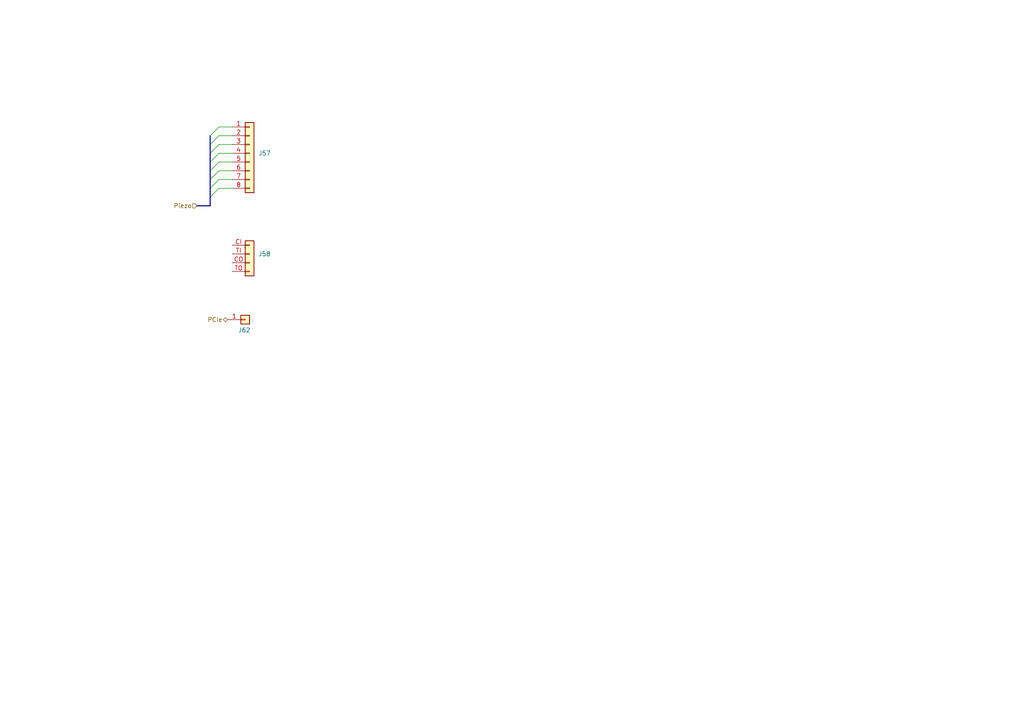
<source format=kicad_sch>
(kicad_sch
	(version 20231120)
	(generator "eeschema")
	(generator_version "8.0")
	(uuid "21581f5e-1ca2-4e2d-9d9d-ceca564c26a4")
	(paper "A4")
	(title_block
		(title "Instrumentation wiring drawing")
		(date "2024-06-21")
		(company "SBC")
		(comment 1 "Zhiheng Sheng")
	)
	(lib_symbols
		(symbol "Connector_Generic:Conn_01x01"
			(pin_names
				(offset 1.016) hide)
			(exclude_from_sim no)
			(in_bom yes)
			(on_board yes)
			(property "Reference" "J"
				(at 0 2.54 0)
				(effects
					(font
						(size 1.27 1.27)
					)
				)
			)
			(property "Value" "Conn_01x01"
				(at 0 -2.54 0)
				(effects
					(font
						(size 1.27 1.27)
					)
				)
			)
			(property "Footprint" ""
				(at 0 0 0)
				(effects
					(font
						(size 1.27 1.27)
					)
					(hide yes)
				)
			)
			(property "Datasheet" "~"
				(at 0 0 0)
				(effects
					(font
						(size 1.27 1.27)
					)
					(hide yes)
				)
			)
			(property "Description" "Generic connector, single row, 01x01, script generated (kicad-library-utils/schlib/autogen/connector/)"
				(at 0 0 0)
				(effects
					(font
						(size 1.27 1.27)
					)
					(hide yes)
				)
			)
			(property "ki_keywords" "connector"
				(at 0 0 0)
				(effects
					(font
						(size 1.27 1.27)
					)
					(hide yes)
				)
			)
			(property "ki_fp_filters" "Connector*:*_1x??_*"
				(at 0 0 0)
				(effects
					(font
						(size 1.27 1.27)
					)
					(hide yes)
				)
			)
			(symbol "Conn_01x01_1_1"
				(rectangle
					(start -1.27 0.127)
					(end 0 -0.127)
					(stroke
						(width 0.1524)
						(type default)
					)
					(fill
						(type none)
					)
				)
				(rectangle
					(start -1.27 1.27)
					(end 1.27 -1.27)
					(stroke
						(width 0.254)
						(type default)
					)
					(fill
						(type background)
					)
				)
				(pin passive line
					(at -5.08 0 0)
					(length 3.81)
					(name "Pin_1"
						(effects
							(font
								(size 1.27 1.27)
							)
						)
					)
					(number "1"
						(effects
							(font
								(size 1.27 1.27)
							)
						)
					)
				)
			)
		)
		(symbol "Connector_Generic:Conn_01x04"
			(pin_names
				(offset 1.016) hide)
			(exclude_from_sim no)
			(in_bom yes)
			(on_board yes)
			(property "Reference" "J58"
				(at 2.54 0.0001 0)
				(effects
					(font
						(size 1.27 1.27)
					)
					(justify left)
				)
			)
			(property "Value" "Conn_01x04"
				(at 2.54 -2.5399 0)
				(effects
					(font
						(size 1.27 1.27)
					)
					(justify left)
					(hide yes)
				)
			)
			(property "Footprint" ""
				(at 0 0 0)
				(effects
					(font
						(size 1.27 1.27)
					)
					(hide yes)
				)
			)
			(property "Datasheet" "~"
				(at 0 0 0)
				(effects
					(font
						(size 1.27 1.27)
					)
					(hide yes)
				)
			)
			(property "Description" "Generic connector, single row, 01x04, script generated (kicad-library-utils/schlib/autogen/connector/)"
				(at 0 0 0)
				(effects
					(font
						(size 1.27 1.27)
					)
					(hide yes)
				)
			)
			(property "ki_keywords" "connector"
				(at 0 0 0)
				(effects
					(font
						(size 1.27 1.27)
					)
					(hide yes)
				)
			)
			(property "ki_fp_filters" "Connector*:*_1x??_*"
				(at 0 0 0)
				(effects
					(font
						(size 1.27 1.27)
					)
					(hide yes)
				)
			)
			(symbol "Conn_01x04_1_1"
				(rectangle
					(start -1.27 -4.953)
					(end 0 -5.207)
					(stroke
						(width 0.1524)
						(type default)
					)
					(fill
						(type none)
					)
				)
				(rectangle
					(start -1.27 -2.413)
					(end 0 -2.667)
					(stroke
						(width 0.1524)
						(type default)
					)
					(fill
						(type none)
					)
				)
				(rectangle
					(start -1.27 0.127)
					(end 0 -0.127)
					(stroke
						(width 0.1524)
						(type default)
					)
					(fill
						(type none)
					)
				)
				(rectangle
					(start -1.27 2.667)
					(end 0 2.413)
					(stroke
						(width 0.1524)
						(type default)
					)
					(fill
						(type none)
					)
				)
				(rectangle
					(start -1.27 3.81)
					(end 1.27 -6.35)
					(stroke
						(width 0.254)
						(type default)
					)
					(fill
						(type background)
					)
				)
				(pin passive line
					(at -5.08 2.54 0)
					(length 3.81)
					(name "Pin_1"
						(effects
							(font
								(size 1.27 1.27)
							)
						)
					)
					(number "CI"
						(effects
							(font
								(size 1.27 1.27)
							)
						)
					)
				)
				(pin passive line
					(at -5.08 -2.54 0)
					(length 3.81)
					(name "Pin_3"
						(effects
							(font
								(size 1.27 1.27)
							)
						)
					)
					(number "CO"
						(effects
							(font
								(size 1.27 1.27)
							)
						)
					)
				)
				(pin passive line
					(at -5.08 0 0)
					(length 3.81)
					(name "Pin_2"
						(effects
							(font
								(size 1.27 1.27)
							)
						)
					)
					(number "TI"
						(effects
							(font
								(size 1.27 1.27)
							)
						)
					)
				)
				(pin passive line
					(at -5.08 -5.08 0)
					(length 3.81)
					(name "Pin_4"
						(effects
							(font
								(size 1.27 1.27)
							)
						)
					)
					(number "TO"
						(effects
							(font
								(size 1.27 1.27)
							)
						)
					)
				)
			)
		)
		(symbol "Connector_Generic:Conn_01x08"
			(pin_names
				(offset 1.016) hide)
			(exclude_from_sim no)
			(in_bom yes)
			(on_board yes)
			(property "Reference" "J"
				(at 0 10.16 0)
				(effects
					(font
						(size 1.27 1.27)
					)
				)
			)
			(property "Value" "Conn_01x08"
				(at 0 -12.7 0)
				(effects
					(font
						(size 1.27 1.27)
					)
				)
			)
			(property "Footprint" ""
				(at 0 0 0)
				(effects
					(font
						(size 1.27 1.27)
					)
					(hide yes)
				)
			)
			(property "Datasheet" "~"
				(at 0 0 0)
				(effects
					(font
						(size 1.27 1.27)
					)
					(hide yes)
				)
			)
			(property "Description" "Generic connector, single row, 01x08, script generated (kicad-library-utils/schlib/autogen/connector/)"
				(at 0 0 0)
				(effects
					(font
						(size 1.27 1.27)
					)
					(hide yes)
				)
			)
			(property "ki_keywords" "connector"
				(at 0 0 0)
				(effects
					(font
						(size 1.27 1.27)
					)
					(hide yes)
				)
			)
			(property "ki_fp_filters" "Connector*:*_1x??_*"
				(at 0 0 0)
				(effects
					(font
						(size 1.27 1.27)
					)
					(hide yes)
				)
			)
			(symbol "Conn_01x08_1_1"
				(rectangle
					(start -1.27 -10.033)
					(end 0 -10.287)
					(stroke
						(width 0.1524)
						(type default)
					)
					(fill
						(type none)
					)
				)
				(rectangle
					(start -1.27 -7.493)
					(end 0 -7.747)
					(stroke
						(width 0.1524)
						(type default)
					)
					(fill
						(type none)
					)
				)
				(rectangle
					(start -1.27 -4.953)
					(end 0 -5.207)
					(stroke
						(width 0.1524)
						(type default)
					)
					(fill
						(type none)
					)
				)
				(rectangle
					(start -1.27 -2.413)
					(end 0 -2.667)
					(stroke
						(width 0.1524)
						(type default)
					)
					(fill
						(type none)
					)
				)
				(rectangle
					(start -1.27 0.127)
					(end 0 -0.127)
					(stroke
						(width 0.1524)
						(type default)
					)
					(fill
						(type none)
					)
				)
				(rectangle
					(start -1.27 2.667)
					(end 0 2.413)
					(stroke
						(width 0.1524)
						(type default)
					)
					(fill
						(type none)
					)
				)
				(rectangle
					(start -1.27 5.207)
					(end 0 4.953)
					(stroke
						(width 0.1524)
						(type default)
					)
					(fill
						(type none)
					)
				)
				(rectangle
					(start -1.27 7.747)
					(end 0 7.493)
					(stroke
						(width 0.1524)
						(type default)
					)
					(fill
						(type none)
					)
				)
				(rectangle
					(start -1.27 8.89)
					(end 1.27 -11.43)
					(stroke
						(width 0.254)
						(type default)
					)
					(fill
						(type background)
					)
				)
				(pin passive line
					(at -5.08 7.62 0)
					(length 3.81)
					(name "Pin_1"
						(effects
							(font
								(size 1.27 1.27)
							)
						)
					)
					(number "1"
						(effects
							(font
								(size 1.27 1.27)
							)
						)
					)
				)
				(pin passive line
					(at -5.08 5.08 0)
					(length 3.81)
					(name "Pin_2"
						(effects
							(font
								(size 1.27 1.27)
							)
						)
					)
					(number "2"
						(effects
							(font
								(size 1.27 1.27)
							)
						)
					)
				)
				(pin passive line
					(at -5.08 2.54 0)
					(length 3.81)
					(name "Pin_3"
						(effects
							(font
								(size 1.27 1.27)
							)
						)
					)
					(number "3"
						(effects
							(font
								(size 1.27 1.27)
							)
						)
					)
				)
				(pin passive line
					(at -5.08 0 0)
					(length 3.81)
					(name "Pin_4"
						(effects
							(font
								(size 1.27 1.27)
							)
						)
					)
					(number "4"
						(effects
							(font
								(size 1.27 1.27)
							)
						)
					)
				)
				(pin passive line
					(at -5.08 -2.54 0)
					(length 3.81)
					(name "Pin_5"
						(effects
							(font
								(size 1.27 1.27)
							)
						)
					)
					(number "5"
						(effects
							(font
								(size 1.27 1.27)
							)
						)
					)
				)
				(pin passive line
					(at -5.08 -5.08 0)
					(length 3.81)
					(name "Pin_6"
						(effects
							(font
								(size 1.27 1.27)
							)
						)
					)
					(number "6"
						(effects
							(font
								(size 1.27 1.27)
							)
						)
					)
				)
				(pin passive line
					(at -5.08 -7.62 0)
					(length 3.81)
					(name "Pin_7"
						(effects
							(font
								(size 1.27 1.27)
							)
						)
					)
					(number "7"
						(effects
							(font
								(size 1.27 1.27)
							)
						)
					)
				)
				(pin passive line
					(at -5.08 -10.16 0)
					(length 3.81)
					(name "Pin_8"
						(effects
							(font
								(size 1.27 1.27)
							)
						)
					)
					(number "8"
						(effects
							(font
								(size 1.27 1.27)
							)
						)
					)
				)
			)
		)
	)
	(bus_entry
		(at 63.5 44.45)
		(size -2.54 2.54)
		(stroke
			(width 0)
			(type default)
		)
		(uuid "1b084f1d-517e-456f-b458-19e15796f677")
	)
	(bus_entry
		(at 63.5 52.07)
		(size -2.54 2.54)
		(stroke
			(width 0)
			(type default)
		)
		(uuid "25e19ecd-d87d-40cc-a9a6-d86b081354b7")
	)
	(bus_entry
		(at 63.5 54.61)
		(size -2.54 2.54)
		(stroke
			(width 0)
			(type default)
		)
		(uuid "4a3c6243-b834-4b3c-86ab-278755c91c39")
	)
	(bus_entry
		(at 63.5 49.53)
		(size -2.54 2.54)
		(stroke
			(width 0)
			(type default)
		)
		(uuid "4c51b650-f078-4d6a-a34b-734e93ab5f44")
	)
	(bus_entry
		(at 63.5 41.91)
		(size -2.54 2.54)
		(stroke
			(width 0)
			(type default)
		)
		(uuid "9451acc5-a894-408f-a3b0-be8434c75489")
	)
	(bus_entry
		(at 63.5 36.83)
		(size -2.54 2.54)
		(stroke
			(width 0)
			(type default)
		)
		(uuid "c51a8322-a28a-4e9a-9f6d-edb91a5c0e11")
	)
	(bus_entry
		(at 63.5 46.99)
		(size -2.54 2.54)
		(stroke
			(width 0)
			(type default)
		)
		(uuid "d5c620d9-b7b3-48ea-aae8-e329133aede6")
	)
	(bus_entry
		(at 63.5 39.37)
		(size -2.54 2.54)
		(stroke
			(width 0)
			(type default)
		)
		(uuid "dee55056-d77d-4017-9984-94c50978b003")
	)
	(wire
		(pts
			(xy 63.5 44.45) (xy 67.31 44.45)
		)
		(stroke
			(width 0)
			(type default)
		)
		(uuid "0e7bb6b6-366f-4358-ae3f-d619a3f28d43")
	)
	(wire
		(pts
			(xy 63.5 46.99) (xy 67.31 46.99)
		)
		(stroke
			(width 0)
			(type default)
		)
		(uuid "11f4233f-04fe-433a-a0a2-76c2ec0108bb")
	)
	(bus
		(pts
			(xy 60.96 57.15) (xy 60.96 59.69)
		)
		(stroke
			(width 0)
			(type default)
		)
		(uuid "19c65e34-587e-41ab-9cb3-f85c25562c98")
	)
	(wire
		(pts
			(xy 63.5 52.07) (xy 67.31 52.07)
		)
		(stroke
			(width 0)
			(type default)
		)
		(uuid "276dddd5-bbf0-474f-ae8a-a596c3c05987")
	)
	(bus
		(pts
			(xy 60.96 46.99) (xy 60.96 49.53)
		)
		(stroke
			(width 0)
			(type default)
		)
		(uuid "303a1d39-fc8a-445e-92d6-2833f61d2b16")
	)
	(wire
		(pts
			(xy 63.5 54.61) (xy 67.31 54.61)
		)
		(stroke
			(width 0)
			(type default)
		)
		(uuid "33879bca-1f36-479c-8cf1-86073be4e9bb")
	)
	(bus
		(pts
			(xy 60.96 52.07) (xy 60.96 54.61)
		)
		(stroke
			(width 0)
			(type default)
		)
		(uuid "374b0ae3-dfb3-4246-a5e9-3c57967f6623")
	)
	(wire
		(pts
			(xy 63.5 36.83) (xy 67.31 36.83)
		)
		(stroke
			(width 0)
			(type default)
		)
		(uuid "4b16681a-fa0f-4ad0-b7fe-0e7a963f548b")
	)
	(bus
		(pts
			(xy 60.96 49.53) (xy 60.96 52.07)
		)
		(stroke
			(width 0)
			(type default)
		)
		(uuid "6b2a3177-9e52-4987-8c46-b8093faf648d")
	)
	(wire
		(pts
			(xy 63.5 49.53) (xy 67.31 49.53)
		)
		(stroke
			(width 0)
			(type default)
		)
		(uuid "6d71e72e-a872-4dc7-ba71-f8f6707a6cd6")
	)
	(wire
		(pts
			(xy 63.5 41.91) (xy 67.31 41.91)
		)
		(stroke
			(width 0)
			(type default)
		)
		(uuid "78eef3af-13d3-4a6f-b257-872f55dafe42")
	)
	(bus
		(pts
			(xy 57.15 59.69) (xy 60.96 59.69)
		)
		(stroke
			(width 0)
			(type default)
		)
		(uuid "902029a4-0b3a-4262-9eeb-ff37e30c52b0")
	)
	(bus
		(pts
			(xy 60.96 41.91) (xy 60.96 44.45)
		)
		(stroke
			(width 0)
			(type default)
		)
		(uuid "a011635f-e6ca-48c2-8854-df21d88f0e5c")
	)
	(bus
		(pts
			(xy 60.96 39.37) (xy 60.96 41.91)
		)
		(stroke
			(width 0)
			(type default)
		)
		(uuid "ad8d2556-8a3a-4356-912c-edc7a6c24328")
	)
	(bus
		(pts
			(xy 60.96 54.61) (xy 60.96 57.15)
		)
		(stroke
			(width 0)
			(type default)
		)
		(uuid "b60915b9-5369-436a-9aba-891b0d866278")
	)
	(wire
		(pts
			(xy 63.5 39.37) (xy 67.31 39.37)
		)
		(stroke
			(width 0)
			(type default)
		)
		(uuid "cd19a4fc-0502-410f-964b-960cba677fed")
	)
	(bus
		(pts
			(xy 60.96 44.45) (xy 60.96 46.99)
		)
		(stroke
			(width 0)
			(type default)
		)
		(uuid "f6e4175a-5bb4-4438-bda3-f510dc12d49e")
	)
	(hierarchical_label "PCIe"
		(shape bidirectional)
		(at 66.04 92.71 180)
		(fields_autoplaced yes)
		(effects
			(font
				(size 1.27 1.27)
			)
			(justify right)
		)
		(uuid "6e95e9b1-8d80-436b-98d1-a2f2b02d030e")
	)
	(hierarchical_label "Piezo"
		(shape input)
		(at 57.15 59.69 180)
		(fields_autoplaced yes)
		(effects
			(font
				(size 1.27 1.27)
			)
			(justify right)
		)
		(uuid "7362fc0f-635c-4efa-8aab-fb57b384633f")
	)
	(symbol
		(lib_id "Connector_Generic:Conn_01x08")
		(at 72.39 44.45 0)
		(unit 1)
		(exclude_from_sim no)
		(in_bom yes)
		(on_board yes)
		(dnp no)
		(fields_autoplaced yes)
		(uuid "1a285b07-5659-42e5-a655-0d44f358e55a")
		(property "Reference" "J57"
			(at 74.93 44.4499 0)
			(effects
				(font
					(size 1.27 1.27)
				)
				(justify left)
			)
		)
		(property "Value" "Conn_01x08"
			(at 74.93 46.9899 0)
			(effects
				(font
					(size 1.27 1.27)
				)
				(justify left)
				(hide yes)
			)
		)
		(property "Footprint" ""
			(at 72.39 44.45 0)
			(effects
				(font
					(size 1.27 1.27)
				)
				(hide yes)
			)
		)
		(property "Datasheet" "~"
			(at 72.39 44.45 0)
			(effects
				(font
					(size 1.27 1.27)
				)
				(hide yes)
			)
		)
		(property "Description" "Generic connector, single row, 01x08, script generated (kicad-library-utils/schlib/autogen/connector/)"
			(at 72.39 44.45 0)
			(effects
				(font
					(size 1.27 1.27)
				)
				(hide yes)
			)
		)
		(pin "1"
			(uuid "1c21eb33-ffc9-4214-bc47-da2d056b14cd")
		)
		(pin "2"
			(uuid "294f3d59-8671-4630-8c53-cf0250312b11")
		)
		(pin "7"
			(uuid "d089db19-2168-48e2-b374-73a4b0d4bbab")
		)
		(pin "6"
			(uuid "205defc1-6b61-4cfa-887d-fd5f47611ff0")
		)
		(pin "8"
			(uuid "946517a9-f856-45a8-aaa3-ee35cecc242d")
		)
		(pin "4"
			(uuid "70252c9c-c427-47ab-8dea-48125288030e")
		)
		(pin "3"
			(uuid "a31efead-fba9-480f-8df5-3a447c5f2e60")
		)
		(pin "5"
			(uuid "87964804-ece6-416b-b189-bcb8a175d019")
		)
		(instances
			(project "instrumentation_wiring"
				(path "/33b0be37-4aa5-415a-8914-5441d29c7862/22e05960-1e32-4e7e-977b-a6c927976b27/20bb0c0f-0b15-45c6-8805-5560637bda7b"
					(reference "J57")
					(unit 1)
				)
			)
		)
	)
	(symbol
		(lib_id "Connector_Generic:Conn_01x04")
		(at 72.39 73.66 0)
		(unit 1)
		(exclude_from_sim no)
		(in_bom yes)
		(on_board yes)
		(dnp no)
		(fields_autoplaced yes)
		(uuid "6a2d0707-3ebf-4197-b1ee-5e90ff6eeda8")
		(property "Reference" "J58"
			(at 74.93 73.6599 0)
			(effects
				(font
					(size 1.27 1.27)
				)
				(justify left)
			)
		)
		(property "Value" "Conn_01x04"
			(at 74.93 76.1999 0)
			(effects
				(font
					(size 1.27 1.27)
				)
				(justify left)
				(hide yes)
			)
		)
		(property "Footprint" ""
			(at 72.39 73.66 0)
			(effects
				(font
					(size 1.27 1.27)
				)
				(hide yes)
			)
		)
		(property "Datasheet" "~"
			(at 72.39 73.66 0)
			(effects
				(font
					(size 1.27 1.27)
				)
				(hide yes)
			)
		)
		(property "Description" "Generic connector, single row, 01x04, script generated (kicad-library-utils/schlib/autogen/connector/)"
			(at 72.39 73.66 0)
			(effects
				(font
					(size 1.27 1.27)
				)
				(hide yes)
			)
		)
		(pin "TI"
			(uuid "73c56b10-8883-432f-80d2-229701561ae0")
		)
		(pin "CO"
			(uuid "559fd229-0e33-427c-a3ef-0920d3e20030")
		)
		(pin "TO"
			(uuid "78e28813-2966-4a22-bfb4-1f2e70df2476")
		)
		(pin "CI"
			(uuid "8e3d7b52-4783-4d06-ad17-901f5b052b9f")
		)
		(instances
			(project "instrumentation_wiring"
				(path "/33b0be37-4aa5-415a-8914-5441d29c7862/22e05960-1e32-4e7e-977b-a6c927976b27/20bb0c0f-0b15-45c6-8805-5560637bda7b"
					(reference "J58")
					(unit 1)
				)
			)
		)
	)
	(symbol
		(lib_id "Connector_Generic:Conn_01x01")
		(at 71.12 92.71 0)
		(unit 1)
		(exclude_from_sim no)
		(in_bom yes)
		(on_board yes)
		(dnp no)
		(uuid "e87c723f-e2dc-4ce3-9740-53fa61eff3db")
		(property "Reference" "J62"
			(at 70.866 95.758 0)
			(effects
				(font
					(size 1.27 1.27)
				)
			)
		)
		(property "Value" "Conn_01x01"
			(at 71.12 96.52 0)
			(effects
				(font
					(size 1.27 1.27)
				)
				(hide yes)
			)
		)
		(property "Footprint" ""
			(at 71.12 92.71 0)
			(effects
				(font
					(size 1.27 1.27)
				)
				(hide yes)
			)
		)
		(property "Datasheet" "~"
			(at 71.12 92.71 0)
			(effects
				(font
					(size 1.27 1.27)
				)
				(hide yes)
			)
		)
		(property "Description" "Generic connector, single row, 01x01, script generated (kicad-library-utils/schlib/autogen/connector/)"
			(at 71.12 92.71 0)
			(effects
				(font
					(size 1.27 1.27)
				)
				(hide yes)
			)
		)
		(pin "1"
			(uuid "7c4f495e-d913-440f-ba17-fab658838ea0")
		)
		(instances
			(project "instrumentation_wiring"
				(path "/33b0be37-4aa5-415a-8914-5441d29c7862/22e05960-1e32-4e7e-977b-a6c927976b27/20bb0c0f-0b15-45c6-8805-5560637bda7b"
					(reference "J62")
					(unit 1)
				)
			)
		)
	)
)

</source>
